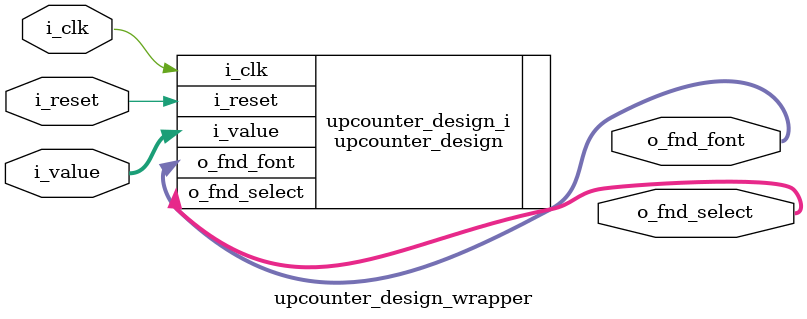
<source format=v>
`timescale 1 ps / 1 ps

module upcounter_design_wrapper
   (i_clk,
    i_reset,
    i_value,
    o_fnd_font,
    o_fnd_select);
  input i_clk;
  input i_reset;
  input [13:0]i_value;
  output [7:0]o_fnd_font;
  output [3:0]o_fnd_select;

  wire i_clk;
  wire i_reset;
  wire [13:0]i_value;
  wire [7:0]o_fnd_font;
  wire [3:0]o_fnd_select;

  upcounter_design upcounter_design_i
       (.i_clk(i_clk),
        .i_reset(i_reset),
        .i_value(i_value),
        .o_fnd_font(o_fnd_font),
        .o_fnd_select(o_fnd_select));
endmodule

</source>
